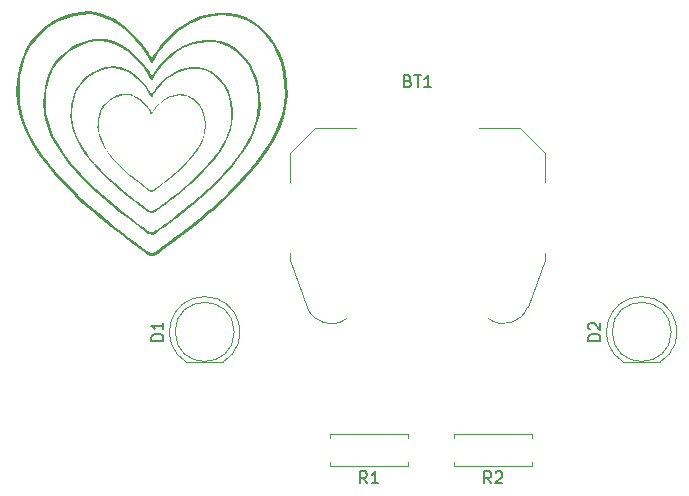
<source format=gto>
G04 #@! TF.GenerationSoftware,KiCad,Pcbnew,9.0.2*
G04 #@! TF.CreationDate,2025-06-11T20:44:21-07:00*
G04 #@! TF.ProjectId,solder,736f6c64-6572-42e6-9b69-6361645f7063,rev?*
G04 #@! TF.SameCoordinates,Original*
G04 #@! TF.FileFunction,Legend,Top*
G04 #@! TF.FilePolarity,Positive*
%FSLAX46Y46*%
G04 Gerber Fmt 4.6, Leading zero omitted, Abs format (unit mm)*
G04 Created by KiCad (PCBNEW 9.0.2) date 2025-06-11 20:44:21*
%MOMM*%
%LPD*%
G01*
G04 APERTURE LIST*
%ADD10C,0.150000*%
%ADD11C,0.000000*%
%ADD12C,0.120000*%
%ADD13C,1.600000*%
%ADD14R,1.800000X1.800000*%
%ADD15C,1.800000*%
%ADD16R,1.270000X5.080000*%
%ADD17C,17.800000*%
G04 APERTURE END LIST*
D10*
X55748333Y-66324819D02*
X55415000Y-65848628D01*
X55176905Y-66324819D02*
X55176905Y-65324819D01*
X55176905Y-65324819D02*
X55557857Y-65324819D01*
X55557857Y-65324819D02*
X55653095Y-65372438D01*
X55653095Y-65372438D02*
X55700714Y-65420057D01*
X55700714Y-65420057D02*
X55748333Y-65515295D01*
X55748333Y-65515295D02*
X55748333Y-65658152D01*
X55748333Y-65658152D02*
X55700714Y-65753390D01*
X55700714Y-65753390D02*
X55653095Y-65801009D01*
X55653095Y-65801009D02*
X55557857Y-65848628D01*
X55557857Y-65848628D02*
X55176905Y-65848628D01*
X56700714Y-66324819D02*
X56129286Y-66324819D01*
X56415000Y-66324819D02*
X56415000Y-65324819D01*
X56415000Y-65324819D02*
X56319762Y-65467676D01*
X56319762Y-65467676D02*
X56224524Y-65562914D01*
X56224524Y-65562914D02*
X56129286Y-65610533D01*
X38494819Y-54243094D02*
X37494819Y-54243094D01*
X37494819Y-54243094D02*
X37494819Y-54004999D01*
X37494819Y-54004999D02*
X37542438Y-53862142D01*
X37542438Y-53862142D02*
X37637676Y-53766904D01*
X37637676Y-53766904D02*
X37732914Y-53719285D01*
X37732914Y-53719285D02*
X37923390Y-53671666D01*
X37923390Y-53671666D02*
X38066247Y-53671666D01*
X38066247Y-53671666D02*
X38256723Y-53719285D01*
X38256723Y-53719285D02*
X38351961Y-53766904D01*
X38351961Y-53766904D02*
X38447200Y-53862142D01*
X38447200Y-53862142D02*
X38494819Y-54004999D01*
X38494819Y-54004999D02*
X38494819Y-54243094D01*
X38494819Y-52719285D02*
X38494819Y-53290713D01*
X38494819Y-53004999D02*
X37494819Y-53004999D01*
X37494819Y-53004999D02*
X37637676Y-53100237D01*
X37637676Y-53100237D02*
X37732914Y-53195475D01*
X37732914Y-53195475D02*
X37780533Y-53290713D01*
X75494819Y-54243094D02*
X74494819Y-54243094D01*
X74494819Y-54243094D02*
X74494819Y-54004999D01*
X74494819Y-54004999D02*
X74542438Y-53862142D01*
X74542438Y-53862142D02*
X74637676Y-53766904D01*
X74637676Y-53766904D02*
X74732914Y-53719285D01*
X74732914Y-53719285D02*
X74923390Y-53671666D01*
X74923390Y-53671666D02*
X75066247Y-53671666D01*
X75066247Y-53671666D02*
X75256723Y-53719285D01*
X75256723Y-53719285D02*
X75351961Y-53766904D01*
X75351961Y-53766904D02*
X75447200Y-53862142D01*
X75447200Y-53862142D02*
X75494819Y-54004999D01*
X75494819Y-54004999D02*
X75494819Y-54243094D01*
X74590057Y-53290713D02*
X74542438Y-53243094D01*
X74542438Y-53243094D02*
X74494819Y-53147856D01*
X74494819Y-53147856D02*
X74494819Y-52909761D01*
X74494819Y-52909761D02*
X74542438Y-52814523D01*
X74542438Y-52814523D02*
X74590057Y-52766904D01*
X74590057Y-52766904D02*
X74685295Y-52719285D01*
X74685295Y-52719285D02*
X74780533Y-52719285D01*
X74780533Y-52719285D02*
X74923390Y-52766904D01*
X74923390Y-52766904D02*
X75494819Y-53338332D01*
X75494819Y-53338332D02*
X75494819Y-52719285D01*
X59229285Y-32249084D02*
X59372142Y-32296703D01*
X59372142Y-32296703D02*
X59419761Y-32344322D01*
X59419761Y-32344322D02*
X59467380Y-32439560D01*
X59467380Y-32439560D02*
X59467380Y-32582417D01*
X59467380Y-32582417D02*
X59419761Y-32677655D01*
X59419761Y-32677655D02*
X59372142Y-32725275D01*
X59372142Y-32725275D02*
X59276904Y-32772894D01*
X59276904Y-32772894D02*
X58895952Y-32772894D01*
X58895952Y-32772894D02*
X58895952Y-31772894D01*
X58895952Y-31772894D02*
X59229285Y-31772894D01*
X59229285Y-31772894D02*
X59324523Y-31820513D01*
X59324523Y-31820513D02*
X59372142Y-31868132D01*
X59372142Y-31868132D02*
X59419761Y-31963370D01*
X59419761Y-31963370D02*
X59419761Y-32058608D01*
X59419761Y-32058608D02*
X59372142Y-32153846D01*
X59372142Y-32153846D02*
X59324523Y-32201465D01*
X59324523Y-32201465D02*
X59229285Y-32249084D01*
X59229285Y-32249084D02*
X58895952Y-32249084D01*
X59753095Y-31772894D02*
X60324523Y-31772894D01*
X60038809Y-32772894D02*
X60038809Y-31772894D01*
X61181666Y-32772894D02*
X60610238Y-32772894D01*
X60895952Y-32772894D02*
X60895952Y-31772894D01*
X60895952Y-31772894D02*
X60800714Y-31915751D01*
X60800714Y-31915751D02*
X60705476Y-32010989D01*
X60705476Y-32010989D02*
X60610238Y-32058608D01*
X66248333Y-66324819D02*
X65915000Y-65848628D01*
X65676905Y-66324819D02*
X65676905Y-65324819D01*
X65676905Y-65324819D02*
X66057857Y-65324819D01*
X66057857Y-65324819D02*
X66153095Y-65372438D01*
X66153095Y-65372438D02*
X66200714Y-65420057D01*
X66200714Y-65420057D02*
X66248333Y-65515295D01*
X66248333Y-65515295D02*
X66248333Y-65658152D01*
X66248333Y-65658152D02*
X66200714Y-65753390D01*
X66200714Y-65753390D02*
X66153095Y-65801009D01*
X66153095Y-65801009D02*
X66057857Y-65848628D01*
X66057857Y-65848628D02*
X65676905Y-65848628D01*
X66629286Y-65420057D02*
X66676905Y-65372438D01*
X66676905Y-65372438D02*
X66772143Y-65324819D01*
X66772143Y-65324819D02*
X67010238Y-65324819D01*
X67010238Y-65324819D02*
X67105476Y-65372438D01*
X67105476Y-65372438D02*
X67153095Y-65420057D01*
X67153095Y-65420057D02*
X67200714Y-65515295D01*
X67200714Y-65515295D02*
X67200714Y-65610533D01*
X67200714Y-65610533D02*
X67153095Y-65753390D01*
X67153095Y-65753390D02*
X66581667Y-66324819D01*
X66581667Y-66324819D02*
X67200714Y-66324819D01*
D11*
G04 #@! TO.C,G\u002A\u002A\u002A*
G36*
X35411268Y-33350210D02*
G01*
X35595638Y-33372111D01*
X35756197Y-33406546D01*
X35919547Y-33459986D01*
X36011489Y-33496228D01*
X36264391Y-33622592D01*
X36520024Y-33792554D01*
X36770766Y-33999189D01*
X37008993Y-34235572D01*
X37227082Y-34494778D01*
X37417410Y-34769881D01*
X37422330Y-34777850D01*
X37468462Y-34845490D01*
X37505795Y-34887016D01*
X37524939Y-34893752D01*
X37546495Y-34863793D01*
X37588577Y-34801708D01*
X37643666Y-34718655D01*
X37669536Y-34679188D01*
X37861706Y-34423418D01*
X38093546Y-34178694D01*
X38353154Y-33955596D01*
X38628629Y-33764706D01*
X38815450Y-33660446D01*
X39141304Y-33521091D01*
X39466089Y-33429810D01*
X39786753Y-33386544D01*
X40100240Y-33391238D01*
X40403496Y-33443835D01*
X40693468Y-33544278D01*
X40967100Y-33692510D01*
X40979565Y-33700689D01*
X41255740Y-33913336D01*
X41493390Y-34160212D01*
X41692268Y-34440985D01*
X41852128Y-34755324D01*
X41942940Y-35002274D01*
X42047112Y-35404046D01*
X42103284Y-35798680D01*
X42111060Y-36187875D01*
X42070041Y-36573331D01*
X41979830Y-36956747D01*
X41840029Y-37339825D01*
X41650240Y-37724263D01*
X41410067Y-38111762D01*
X41125816Y-38495634D01*
X40934863Y-38724797D01*
X40712563Y-38974636D01*
X40468850Y-39234914D01*
X40213658Y-39495392D01*
X39956923Y-39745834D01*
X39708577Y-39976000D01*
X39575075Y-40093773D01*
X39473655Y-40181588D01*
X39386509Y-40257460D01*
X39320937Y-40314999D01*
X39284240Y-40347820D01*
X39279288Y-40352587D01*
X39247460Y-40381178D01*
X39181039Y-40435803D01*
X39086560Y-40511375D01*
X38970554Y-40602806D01*
X38839557Y-40705008D01*
X38700100Y-40812894D01*
X38558717Y-40921376D01*
X38421942Y-41025368D01*
X38296306Y-41119781D01*
X38247816Y-41155811D01*
X38062042Y-41292856D01*
X37912656Y-41401861D01*
X37794921Y-41485908D01*
X37704099Y-41548076D01*
X37635452Y-41591446D01*
X37584243Y-41619100D01*
X37545734Y-41634117D01*
X37515186Y-41639578D01*
X37503552Y-41639762D01*
X37446307Y-41623931D01*
X37368487Y-41584893D01*
X37306598Y-41544794D01*
X36875819Y-41229762D01*
X36484295Y-40934741D01*
X36126124Y-40654829D01*
X35795403Y-40385125D01*
X35486228Y-40120728D01*
X35192698Y-39856736D01*
X34908909Y-39588248D01*
X34690720Y-39372755D01*
X34311637Y-38974404D01*
X33980726Y-38589248D01*
X33696927Y-38215110D01*
X33459184Y-37849812D01*
X33266438Y-37491176D01*
X33117632Y-37137023D01*
X33011708Y-36785175D01*
X32947608Y-36433454D01*
X32924274Y-36079682D01*
X32927155Y-36007208D01*
X33030276Y-36007208D01*
X33031140Y-36204169D01*
X33037301Y-36362130D01*
X33049618Y-36493472D01*
X33068949Y-36610579D01*
X33073651Y-36633007D01*
X33188586Y-37044850D01*
X33353665Y-37453071D01*
X33567467Y-37854826D01*
X33828567Y-38247274D01*
X33980403Y-38444061D01*
X34053605Y-38534121D01*
X34114896Y-38608738D01*
X34157014Y-38659119D01*
X34172106Y-38676142D01*
X34195717Y-38701806D01*
X34240477Y-38753439D01*
X34273355Y-38792183D01*
X34329380Y-38855093D01*
X34414631Y-38946324D01*
X34521495Y-39058105D01*
X34642357Y-39182661D01*
X34769606Y-39312220D01*
X34895629Y-39439009D01*
X35012812Y-39555257D01*
X35113542Y-39653190D01*
X35157346Y-39694721D01*
X35431722Y-39946449D01*
X35705699Y-40186803D01*
X35989722Y-40424462D01*
X36294237Y-40668102D01*
X36629688Y-40926404D01*
X36739288Y-41009081D01*
X36948300Y-41165096D01*
X37119958Y-41290942D01*
X37257213Y-41388629D01*
X37363013Y-41460167D01*
X37440310Y-41507565D01*
X37492053Y-41532835D01*
X37516311Y-41538477D01*
X37551394Y-41524682D01*
X37616114Y-41488050D01*
X37698132Y-41435711D01*
X37721559Y-41419868D01*
X37837740Y-41338393D01*
X37978420Y-41236635D01*
X38136994Y-41119656D01*
X38306857Y-40992518D01*
X38481404Y-40860282D01*
X38654030Y-40728010D01*
X38818128Y-40600764D01*
X38967093Y-40483605D01*
X39094321Y-40381595D01*
X39193206Y-40299796D01*
X39257143Y-40243269D01*
X39257807Y-40242635D01*
X39291113Y-40212683D01*
X39353670Y-40157995D01*
X39435470Y-40087280D01*
X39498476Y-40033201D01*
X39676136Y-39875461D01*
X39874844Y-39689276D01*
X40086044Y-39483408D01*
X40301184Y-39266623D01*
X40511706Y-39047685D01*
X40709057Y-38835360D01*
X40884683Y-38638410D01*
X41030027Y-38465601D01*
X41036987Y-38456954D01*
X41286068Y-38122074D01*
X41504007Y-37778598D01*
X41686584Y-37434325D01*
X41829578Y-37097051D01*
X41911610Y-36841311D01*
X41980784Y-36501829D01*
X42010052Y-36149622D01*
X42000762Y-35792821D01*
X41954262Y-35439558D01*
X41871898Y-35097965D01*
X41755019Y-34776173D01*
X41604972Y-34482314D01*
X41492687Y-34313376D01*
X41275032Y-34057183D01*
X41034755Y-33846917D01*
X40774012Y-33683272D01*
X40494958Y-33566946D01*
X40199749Y-33498632D01*
X39890542Y-33479027D01*
X39569492Y-33508826D01*
X39242535Y-33587540D01*
X39048674Y-33659990D01*
X38838866Y-33758462D01*
X38633613Y-33872488D01*
X38458271Y-33988042D01*
X38269100Y-34143403D01*
X38077717Y-34331811D01*
X37895546Y-34539991D01*
X37734014Y-34754670D01*
X37604543Y-34962571D01*
X37580533Y-35007969D01*
X37546153Y-35071988D01*
X37521508Y-35111464D01*
X37515308Y-35117563D01*
X37499237Y-35096774D01*
X37463137Y-35040551D01*
X37412786Y-34958110D01*
X37368062Y-34882769D01*
X37167666Y-34577692D01*
X36943569Y-34302043D01*
X36700166Y-34059043D01*
X36441855Y-33851914D01*
X36173031Y-33683876D01*
X35898092Y-33558149D01*
X35621434Y-33477955D01*
X35411268Y-33449344D01*
X35141379Y-33455199D01*
X34860348Y-33505063D01*
X34576877Y-33595342D01*
X34299668Y-33722442D01*
X34037423Y-33882768D01*
X33798844Y-34072727D01*
X33720363Y-34147736D01*
X33570958Y-34308706D01*
X33448149Y-34467832D01*
X33346264Y-34635804D01*
X33259629Y-34823312D01*
X33182571Y-35041046D01*
X33109835Y-35298071D01*
X33079625Y-35419919D01*
X33058356Y-35522967D01*
X33044398Y-35621749D01*
X33036120Y-35730795D01*
X33031893Y-35864639D01*
X33030276Y-36007208D01*
X32927155Y-36007208D01*
X32936925Y-35761462D01*
X32977040Y-35464212D01*
X33043181Y-35169208D01*
X33131490Y-34889034D01*
X33238109Y-34636273D01*
X33336580Y-34458152D01*
X33433188Y-34326209D01*
X33561805Y-34180195D01*
X33709936Y-34032107D01*
X33865088Y-33893941D01*
X34014767Y-33777692D01*
X34110018Y-33715535D01*
X34357459Y-33586756D01*
X34614868Y-33482515D01*
X34871748Y-33405760D01*
X35117599Y-33359438D01*
X35341922Y-33346496D01*
X35411268Y-33350210D01*
G37*
G36*
X34368493Y-31028092D02*
G01*
X34644908Y-31060927D01*
X34885624Y-31112553D01*
X35130525Y-31192673D01*
X35268367Y-31247008D01*
X35647527Y-31436458D01*
X36030783Y-31691271D01*
X36406705Y-32001067D01*
X36763865Y-32355461D01*
X37090832Y-32744073D01*
X37376178Y-33156518D01*
X37383555Y-33168466D01*
X37452718Y-33269874D01*
X37508689Y-33332132D01*
X37537390Y-33342231D01*
X37569708Y-33297314D01*
X37632799Y-33204234D01*
X37715390Y-33079718D01*
X37754176Y-33020547D01*
X38042285Y-32637087D01*
X38389868Y-32270187D01*
X38779083Y-31935711D01*
X39192086Y-31649520D01*
X39472175Y-31493211D01*
X39960707Y-31284284D01*
X40447639Y-31147431D01*
X40928390Y-31082566D01*
X41398382Y-31089603D01*
X41853036Y-31168458D01*
X42287773Y-31319046D01*
X42698013Y-31541281D01*
X42716700Y-31553544D01*
X43130753Y-31872353D01*
X43487046Y-32242479D01*
X43785212Y-32663425D01*
X44024882Y-33134694D01*
X44161030Y-33504930D01*
X44317208Y-34107284D01*
X44401424Y-34698934D01*
X44413081Y-35282430D01*
X44351584Y-35860320D01*
X44216336Y-36435153D01*
X44006741Y-37009478D01*
X43722203Y-37585843D01*
X43362125Y-38166796D01*
X42935966Y-38742313D01*
X42649681Y-39085882D01*
X42316400Y-39460451D01*
X41951016Y-39850669D01*
X41568424Y-40241189D01*
X41183516Y-40616661D01*
X40811186Y-40961735D01*
X40611035Y-41138305D01*
X40458982Y-41269961D01*
X40328329Y-41383710D01*
X40230021Y-41469976D01*
X40175003Y-41519182D01*
X40167580Y-41526329D01*
X40119861Y-41569194D01*
X40020280Y-41651090D01*
X39878633Y-41764390D01*
X39704713Y-41901466D01*
X39508317Y-42054691D01*
X39299238Y-42216439D01*
X39087271Y-42379080D01*
X38882212Y-42534988D01*
X38693854Y-42676536D01*
X38621156Y-42730553D01*
X38342637Y-42936017D01*
X38118672Y-43099442D01*
X37942159Y-43225447D01*
X37805995Y-43318652D01*
X37703076Y-43383675D01*
X37626302Y-43425134D01*
X37568567Y-43447648D01*
X37522769Y-43455836D01*
X37505327Y-43456112D01*
X37419502Y-43432376D01*
X37302831Y-43373850D01*
X37210045Y-43313732D01*
X36564205Y-42841424D01*
X35977217Y-42399117D01*
X35440233Y-41979462D01*
X34944402Y-41575111D01*
X34480876Y-41178716D01*
X34040804Y-40782929D01*
X33615336Y-40380402D01*
X33288218Y-40057327D01*
X32719883Y-39460102D01*
X32223768Y-38882662D01*
X31798286Y-38321740D01*
X31441852Y-37774071D01*
X31152881Y-37236389D01*
X30929785Y-36705429D01*
X30770979Y-36177925D01*
X30674878Y-35650612D01*
X30639894Y-35120223D01*
X30644214Y-35011567D01*
X30798817Y-35011567D01*
X30800112Y-35306858D01*
X30809349Y-35543679D01*
X30827815Y-35740594D01*
X30856797Y-35916165D01*
X30863846Y-35949789D01*
X31036161Y-36567241D01*
X31283654Y-37179261D01*
X31604194Y-37781588D01*
X31995646Y-38369961D01*
X32223284Y-38664992D01*
X32333031Y-38800014D01*
X32424921Y-38911882D01*
X32488066Y-38987416D01*
X32510693Y-39012937D01*
X32546091Y-39051413D01*
X32613198Y-39128823D01*
X32662488Y-39186910D01*
X32746484Y-39281227D01*
X32874296Y-39418005D01*
X33034510Y-39585590D01*
X33215712Y-39772329D01*
X33406488Y-39966570D01*
X33595426Y-40156658D01*
X33771111Y-40330940D01*
X33922130Y-40477765D01*
X33987802Y-40540030D01*
X34399158Y-40917431D01*
X34809916Y-41277779D01*
X35235734Y-41634086D01*
X35692274Y-41999362D01*
X36195195Y-42386618D01*
X36359513Y-42510570D01*
X36672871Y-42744473D01*
X36930228Y-42933146D01*
X37136005Y-43079603D01*
X37294625Y-43186855D01*
X37410512Y-43257917D01*
X37488087Y-43295802D01*
X37524455Y-43304261D01*
X37577053Y-43283579D01*
X37674084Y-43228659D01*
X37797049Y-43150190D01*
X37832171Y-43126438D01*
X38006353Y-43004287D01*
X38217267Y-42851728D01*
X38455007Y-42676349D01*
X38709673Y-42485738D01*
X38971361Y-42287485D01*
X39230167Y-42089177D01*
X39476190Y-41898405D01*
X39699525Y-41722756D01*
X39890270Y-41569818D01*
X40038522Y-41447182D01*
X40134378Y-41362435D01*
X40135374Y-41361484D01*
X40185308Y-41316579D01*
X40279096Y-41234588D01*
X40401733Y-41128569D01*
X40496195Y-41047492D01*
X40762549Y-40811003D01*
X41060459Y-40531867D01*
X41377100Y-40223222D01*
X41699645Y-39898209D01*
X42015268Y-39569969D01*
X42311145Y-39251642D01*
X42574449Y-38956368D01*
X42792356Y-38697286D01*
X42802790Y-38684322D01*
X43176221Y-38182256D01*
X43502965Y-37667304D01*
X43776691Y-37151156D01*
X43991073Y-36645503D01*
X44114058Y-36262087D01*
X44217767Y-35753122D01*
X44261647Y-35225079D01*
X44247719Y-34690150D01*
X44178004Y-34160524D01*
X44054521Y-33648395D01*
X43879291Y-33165952D01*
X43654335Y-32725387D01*
X43485992Y-32472109D01*
X43159676Y-32088014D01*
X42799443Y-31772774D01*
X42408527Y-31527432D01*
X41990158Y-31353031D01*
X41547570Y-31250612D01*
X41083995Y-31221220D01*
X40602664Y-31265896D01*
X40112478Y-31383907D01*
X39821833Y-31492527D01*
X39507281Y-31640160D01*
X39199558Y-31811111D01*
X38936679Y-31984355D01*
X38653066Y-32217277D01*
X38366136Y-32499746D01*
X38093020Y-32811859D01*
X37850843Y-33133713D01*
X37656735Y-33445406D01*
X37620739Y-33513470D01*
X37569195Y-33609449D01*
X37532247Y-33668633D01*
X37522952Y-33677777D01*
X37498858Y-33646609D01*
X37444734Y-33562317D01*
X37369246Y-33438719D01*
X37302194Y-33325765D01*
X37001754Y-32868380D01*
X36665778Y-32455117D01*
X36300859Y-32090803D01*
X35913588Y-31780267D01*
X35510557Y-31528337D01*
X35098358Y-31339843D01*
X34683581Y-31219613D01*
X34368493Y-31176718D01*
X33963865Y-31185496D01*
X33542532Y-31260254D01*
X33117542Y-31395604D01*
X32701939Y-31586157D01*
X32308771Y-31826524D01*
X31951084Y-32111318D01*
X31833422Y-32223774D01*
X31609428Y-32465107D01*
X31425309Y-32703675D01*
X31272559Y-32955505D01*
X31142672Y-33236624D01*
X31027143Y-33563059D01*
X30918094Y-33948401D01*
X30872802Y-34131080D01*
X30840915Y-34285574D01*
X30819989Y-34433671D01*
X30807579Y-34597158D01*
X30801241Y-34797822D01*
X30798817Y-35011567D01*
X30644214Y-35011567D01*
X30658861Y-34643135D01*
X30719003Y-34197486D01*
X30818164Y-33755205D01*
X30950561Y-33335157D01*
X31110408Y-32956208D01*
X31258039Y-32689163D01*
X31402878Y-32491347D01*
X31595705Y-32272438D01*
X31817789Y-32050419D01*
X32050399Y-31843275D01*
X32274804Y-31668990D01*
X32417609Y-31575802D01*
X32788581Y-31382732D01*
X33174499Y-31226450D01*
X33559623Y-31111375D01*
X33928212Y-31041926D01*
X34264527Y-31022523D01*
X34368493Y-31028092D01*
G37*
G36*
X33318292Y-28693001D02*
G01*
X33687407Y-28736848D01*
X34008851Y-28805788D01*
X34335883Y-28912777D01*
X34519954Y-28985334D01*
X35026271Y-29238319D01*
X35538058Y-29578588D01*
X36040052Y-29992278D01*
X36516990Y-30465525D01*
X36953611Y-30984463D01*
X37334653Y-31535229D01*
X37344503Y-31551184D01*
X37436861Y-31686600D01*
X37511603Y-31769738D01*
X37549929Y-31783223D01*
X37593086Y-31723243D01*
X37677335Y-31598947D01*
X37787625Y-31432672D01*
X37839418Y-31353658D01*
X38224149Y-30841598D01*
X38688300Y-30351653D01*
X39208044Y-29905004D01*
X39759553Y-29522836D01*
X40133575Y-29314105D01*
X40785945Y-29035112D01*
X41436176Y-28852362D01*
X42078155Y-28765744D01*
X42705766Y-28775141D01*
X43312896Y-28880442D01*
X43893428Y-29081531D01*
X44441249Y-29378297D01*
X44466203Y-29394672D01*
X45019115Y-29820398D01*
X45494897Y-30314652D01*
X45893057Y-30876769D01*
X46213104Y-31506085D01*
X46394912Y-32000487D01*
X46603467Y-32804849D01*
X46715926Y-33594919D01*
X46731493Y-34374099D01*
X46649372Y-35145794D01*
X46468766Y-35913406D01*
X46188880Y-36680340D01*
X45808917Y-37449997D01*
X45328082Y-38225783D01*
X44759003Y-38994309D01*
X44376709Y-39453099D01*
X43931657Y-39953285D01*
X43443735Y-40474370D01*
X42932834Y-40995856D01*
X42418841Y-41497248D01*
X41921645Y-41958049D01*
X41654370Y-42193834D01*
X41451323Y-42369643D01*
X41276854Y-42521540D01*
X41145577Y-42636736D01*
X41072107Y-42702444D01*
X41062195Y-42711989D01*
X40998473Y-42769229D01*
X40865496Y-42878590D01*
X40676345Y-43029887D01*
X40444099Y-43212934D01*
X40181838Y-43417546D01*
X39902641Y-43633537D01*
X39619588Y-43850723D01*
X39345758Y-44058918D01*
X39094233Y-44247936D01*
X38997154Y-44320069D01*
X38625228Y-44594437D01*
X38326153Y-44812670D01*
X38090443Y-44980933D01*
X37908615Y-45105396D01*
X37771181Y-45192225D01*
X37668659Y-45247588D01*
X37591561Y-45277652D01*
X37530405Y-45288586D01*
X37507113Y-45288955D01*
X37392506Y-45257259D01*
X37236708Y-45179105D01*
X37112805Y-45098825D01*
X36250371Y-44468121D01*
X35466528Y-43877479D01*
X34749457Y-43317086D01*
X34087342Y-42777130D01*
X33468364Y-42247798D01*
X32880707Y-41719277D01*
X32312553Y-41181756D01*
X31875731Y-40750333D01*
X31116795Y-39952820D01*
X30454300Y-39181726D01*
X29886126Y-38432690D01*
X29410157Y-37701351D01*
X29024274Y-36983350D01*
X28726359Y-36274324D01*
X28514295Y-35569913D01*
X28385965Y-34865756D01*
X28339249Y-34157493D01*
X28345017Y-34012398D01*
X28551469Y-34012398D01*
X28553198Y-34406720D01*
X28565533Y-34722962D01*
X28590192Y-34985915D01*
X28628893Y-35220367D01*
X28638307Y-35265267D01*
X28868410Y-36089792D01*
X29198904Y-36907062D01*
X29626942Y-37711389D01*
X30149674Y-38497083D01*
X30453653Y-38891057D01*
X30600206Y-39071360D01*
X30722913Y-39220746D01*
X30807235Y-39321611D01*
X30837450Y-39355691D01*
X30884719Y-39407070D01*
X30974331Y-39510441D01*
X31040152Y-39588008D01*
X31152318Y-39713956D01*
X31322993Y-39896605D01*
X31536937Y-40120392D01*
X31778908Y-40369757D01*
X32033665Y-40629139D01*
X32285966Y-40882976D01*
X32520569Y-41115707D01*
X32722235Y-41311772D01*
X32809931Y-41394918D01*
X33359242Y-41898887D01*
X33907753Y-42380084D01*
X34476377Y-42855883D01*
X35086025Y-43343660D01*
X35757609Y-43860789D01*
X35977032Y-44026311D01*
X36395480Y-44338657D01*
X36739146Y-44590604D01*
X37013933Y-44786177D01*
X37225750Y-44929398D01*
X37380501Y-45024292D01*
X37484092Y-45074883D01*
X37532657Y-45086178D01*
X37602894Y-45058560D01*
X37732465Y-44985222D01*
X37896669Y-44880437D01*
X37943570Y-44848719D01*
X38176167Y-44685604D01*
X38457813Y-44481881D01*
X38775284Y-44247686D01*
X39115356Y-43993151D01*
X39464805Y-43728410D01*
X39810406Y-43463597D01*
X40138936Y-43208846D01*
X40437170Y-42974290D01*
X40691885Y-42770063D01*
X40889856Y-42606298D01*
X41017858Y-42493130D01*
X41019188Y-42491860D01*
X41085868Y-42431895D01*
X41211109Y-42322408D01*
X41374875Y-42180834D01*
X41501016Y-42072566D01*
X41856697Y-41756767D01*
X42254516Y-41384017D01*
X42677347Y-40971864D01*
X43108062Y-40537853D01*
X43529535Y-40099533D01*
X43924639Y-39674449D01*
X44276247Y-39280150D01*
X44567231Y-38934182D01*
X44581164Y-38916870D01*
X45079832Y-38246428D01*
X45516154Y-37558778D01*
X45881679Y-36869532D01*
X46167958Y-36194300D01*
X46332188Y-35682300D01*
X46470677Y-35002646D01*
X46529273Y-34297515D01*
X46510674Y-33583188D01*
X46417578Y-32875945D01*
X46252684Y-32192064D01*
X46018688Y-31547826D01*
X45718289Y-30959511D01*
X45493490Y-30621292D01*
X45057738Y-30108385D01*
X44576696Y-29687424D01*
X44054679Y-29359803D01*
X43496004Y-29126913D01*
X42904987Y-28990148D01*
X42285944Y-28950898D01*
X41643192Y-29010556D01*
X40988614Y-29168145D01*
X40600496Y-29313191D01*
X40180455Y-29510336D01*
X39769532Y-29738619D01*
X39418492Y-29969962D01*
X39039764Y-30280999D01*
X38656609Y-30658198D01*
X38291898Y-31074983D01*
X37968504Y-31504776D01*
X37709299Y-31921000D01*
X37661231Y-32011890D01*
X37592400Y-32140057D01*
X37543062Y-32219090D01*
X37530649Y-32231300D01*
X37498475Y-32189680D01*
X37426200Y-32077119D01*
X37325395Y-31912070D01*
X37235856Y-31761235D01*
X36834659Y-31150460D01*
X36386009Y-30598602D01*
X35898708Y-30112109D01*
X35381560Y-29697430D01*
X34843366Y-29361011D01*
X34292929Y-29109303D01*
X33739051Y-28948752D01*
X33318292Y-28891471D01*
X32777966Y-28903193D01*
X32215333Y-29003023D01*
X31647815Y-29183764D01*
X31092834Y-29438222D01*
X30567811Y-29759201D01*
X30090167Y-30139504D01*
X29933046Y-30289674D01*
X29633931Y-30611942D01*
X29388065Y-30930517D01*
X29184088Y-31266803D01*
X29010641Y-31642200D01*
X28856367Y-32078110D01*
X28710748Y-32592683D01*
X28650267Y-32836625D01*
X28607686Y-33042932D01*
X28579741Y-33240696D01*
X28563169Y-33459011D01*
X28554705Y-33726970D01*
X28551469Y-34012398D01*
X28345017Y-34012398D01*
X28364577Y-33520406D01*
X28444888Y-32925302D01*
X28577305Y-32334695D01*
X28754103Y-31773777D01*
X28967557Y-31267741D01*
X29164699Y-30911138D01*
X29358112Y-30646982D01*
X29615606Y-30354658D01*
X29912169Y-30058181D01*
X30222789Y-29781568D01*
X30522452Y-29548835D01*
X30713148Y-29424395D01*
X31208532Y-29166575D01*
X31723874Y-28957881D01*
X32238155Y-28804214D01*
X32730357Y-28711475D01*
X33179460Y-28685565D01*
X33318292Y-28693001D01*
G37*
G36*
X32278172Y-26375524D02*
G01*
X32739097Y-26430278D01*
X33140494Y-26516365D01*
X33548870Y-26649965D01*
X33778724Y-26740570D01*
X34410978Y-27056479D01*
X35050062Y-27481384D01*
X35676917Y-27997972D01*
X36272485Y-28588930D01*
X36817707Y-29236944D01*
X37293526Y-29924703D01*
X37305826Y-29944626D01*
X37421157Y-30113724D01*
X37514489Y-30217540D01*
X37562348Y-30234381D01*
X37616239Y-30159481D01*
X37721444Y-30004269D01*
X37859166Y-29796636D01*
X37923842Y-29697969D01*
X38404267Y-29058544D01*
X38983866Y-28446734D01*
X39632887Y-27888990D01*
X40321574Y-27411764D01*
X40788626Y-27151116D01*
X41603261Y-26802728D01*
X42415225Y-26574524D01*
X43216884Y-26466360D01*
X44000602Y-26478095D01*
X44758743Y-26609587D01*
X45483672Y-26860694D01*
X46167753Y-27231274D01*
X46198913Y-27251722D01*
X46889352Y-27783340D01*
X47483476Y-28400530D01*
X47980671Y-29102463D01*
X48380323Y-29888310D01*
X48607352Y-30505684D01*
X48867781Y-31510116D01*
X49008212Y-32496700D01*
X49027651Y-33469687D01*
X48925104Y-34433327D01*
X48699576Y-35391868D01*
X48350073Y-36349561D01*
X47875602Y-37310657D01*
X47275168Y-38279404D01*
X46564542Y-39239086D01*
X46087159Y-39811992D01*
X45531409Y-40436590D01*
X44922126Y-41087284D01*
X44284148Y-41738480D01*
X43642309Y-42364584D01*
X43021445Y-42940001D01*
X42687690Y-43234432D01*
X42434139Y-43453970D01*
X42216274Y-43643649D01*
X42052344Y-43787498D01*
X41960601Y-43869550D01*
X41948223Y-43881468D01*
X41868651Y-43952946D01*
X41702599Y-44089508D01*
X41466401Y-44278437D01*
X41176388Y-44507014D01*
X40848894Y-44762519D01*
X40500252Y-45032234D01*
X40146795Y-45303441D01*
X39804856Y-45563420D01*
X39490767Y-45799453D01*
X39369543Y-45889527D01*
X38905107Y-46232140D01*
X38531643Y-46504653D01*
X38237305Y-46714770D01*
X38010250Y-46870190D01*
X37838633Y-46978616D01*
X37710609Y-47047749D01*
X37614336Y-47085291D01*
X37537967Y-47098945D01*
X37508882Y-47099405D01*
X37365769Y-47059826D01*
X37171219Y-46962233D01*
X37016497Y-46861984D01*
X35939549Y-46074405D01*
X34960740Y-45336852D01*
X34065312Y-44637072D01*
X33238508Y-43962812D01*
X32465572Y-43301819D01*
X31731746Y-42641839D01*
X31022274Y-41970620D01*
X30476801Y-41431888D01*
X29529095Y-40436009D01*
X28701816Y-39473119D01*
X27992320Y-38537775D01*
X27397962Y-37624530D01*
X26916098Y-36727939D01*
X26544083Y-35842556D01*
X26279272Y-34962937D01*
X26119022Y-34083635D01*
X26060687Y-33199205D01*
X26067890Y-33018020D01*
X26325693Y-33018020D01*
X26327851Y-33510422D01*
X26343254Y-33905324D01*
X26374047Y-34233681D01*
X26422374Y-34526448D01*
X26434129Y-34582517D01*
X26721466Y-35612126D01*
X27134164Y-36632676D01*
X27668668Y-37637064D01*
X28321420Y-38618185D01*
X28701009Y-39110152D01*
X28884014Y-39335303D01*
X29037242Y-39521845D01*
X29142537Y-39647798D01*
X29180268Y-39690355D01*
X29239294Y-39754514D01*
X29351195Y-39883597D01*
X29433388Y-39980456D01*
X29573452Y-40137732D01*
X29786580Y-40365811D01*
X30053738Y-40645261D01*
X30355895Y-40956651D01*
X30674018Y-41280549D01*
X30989074Y-41597523D01*
X31282031Y-41888142D01*
X31533856Y-42132974D01*
X31643366Y-42236801D01*
X32329307Y-42866123D01*
X33014250Y-43467008D01*
X33724308Y-44061154D01*
X34485594Y-44670256D01*
X35324222Y-45316011D01*
X35598223Y-45522703D01*
X36120752Y-45912739D01*
X36549898Y-46227354D01*
X36893034Y-46471571D01*
X37157535Y-46650416D01*
X37350778Y-46768913D01*
X37480135Y-46832087D01*
X37540780Y-46846192D01*
X37628487Y-46811705D01*
X37790286Y-46720124D01*
X37995332Y-46589276D01*
X38053899Y-46549670D01*
X38344351Y-46345982D01*
X38696051Y-46091588D01*
X39092487Y-45799141D01*
X39517145Y-45481295D01*
X39953513Y-45150705D01*
X40385076Y-44820025D01*
X40795321Y-44501909D01*
X41167735Y-44209012D01*
X41485805Y-43953987D01*
X41733018Y-43749489D01*
X41892859Y-43608173D01*
X41894520Y-43606587D01*
X41977785Y-43531707D01*
X42134177Y-43394986D01*
X42338676Y-43218199D01*
X42496192Y-43083001D01*
X42940342Y-42688653D01*
X43437111Y-42223189D01*
X43965113Y-41708520D01*
X44502961Y-41166558D01*
X45029267Y-40619213D01*
X45522645Y-40088399D01*
X45961709Y-39596025D01*
X46325070Y-39164003D01*
X46342469Y-39142385D01*
X46965171Y-38305184D01*
X47510020Y-37446495D01*
X47966463Y-36585812D01*
X48323947Y-35742628D01*
X48529026Y-35103278D01*
X48701961Y-34254573D01*
X48775132Y-33374054D01*
X48751908Y-32482052D01*
X48635656Y-31598895D01*
X48429747Y-30744912D01*
X48137549Y-29940433D01*
X47762432Y-29205785D01*
X47481718Y-28783441D01*
X46937582Y-28142957D01*
X46336889Y-27617291D01*
X45685031Y-27208180D01*
X44987396Y-26917364D01*
X44249375Y-26746580D01*
X43476357Y-26697568D01*
X42673732Y-26772065D01*
X41856340Y-26968851D01*
X41371686Y-27149975D01*
X40847167Y-27396155D01*
X40334034Y-27681219D01*
X39895680Y-27970105D01*
X39422751Y-28358506D01*
X38944294Y-28829526D01*
X38488868Y-29349978D01*
X38085036Y-29886674D01*
X37761358Y-30406426D01*
X37701334Y-30519923D01*
X37615383Y-30679970D01*
X37553772Y-30778660D01*
X37538272Y-30793908D01*
X37498095Y-30741935D01*
X37407843Y-30601377D01*
X37281966Y-30395276D01*
X37170156Y-30206923D01*
X36669168Y-29444229D01*
X36108925Y-28755107D01*
X35500417Y-28147608D01*
X34854638Y-27629785D01*
X34182579Y-27209689D01*
X33495231Y-26895373D01*
X32803586Y-26694888D01*
X32278172Y-26623360D01*
X31603450Y-26637998D01*
X30900872Y-26762658D01*
X30192195Y-26988355D01*
X29499173Y-27306105D01*
X28843560Y-27706920D01*
X28247112Y-28181817D01*
X28050910Y-28369339D01*
X27677396Y-28771765D01*
X27370375Y-29169580D01*
X27115663Y-29589510D01*
X26899075Y-30058280D01*
X26706428Y-30602615D01*
X26524589Y-31245177D01*
X26449064Y-31549796D01*
X26395892Y-31807417D01*
X26360997Y-32054371D01*
X26340303Y-32326988D01*
X26329734Y-32661598D01*
X26325693Y-33018020D01*
X26067890Y-33018020D01*
X26092314Y-32403654D01*
X26192601Y-31660529D01*
X26357954Y-30923020D01*
X26578728Y-30222584D01*
X26845274Y-29590682D01*
X27091451Y-29145381D01*
X27332972Y-28815521D01*
X27654513Y-28450487D01*
X28024841Y-28080267D01*
X28412721Y-27734852D01*
X28786919Y-27444231D01*
X29025048Y-27288838D01*
X29643649Y-26966891D01*
X30287173Y-26706288D01*
X30929371Y-26514400D01*
X31543999Y-26398594D01*
X32104808Y-26366239D01*
X32278172Y-26375524D01*
G37*
D12*
G04 #@! TO.C,R1*
X52645000Y-62130000D02*
X52645000Y-62460000D01*
X52645000Y-64870000D02*
X52645000Y-64540000D01*
X59185000Y-62130000D02*
X52645000Y-62130000D01*
X59185000Y-62460000D02*
X59185000Y-62130000D01*
X59185000Y-64540000D02*
X59185000Y-64870000D01*
X59185000Y-64870000D02*
X52645000Y-64870000D01*
G04 #@! TO.C,D1*
X40455000Y-56065000D02*
X43545000Y-56065000D01*
X40455170Y-56065000D02*
G75*
G02*
X42000000Y-50515000I1544830J2560000D01*
G01*
X42000000Y-50515000D02*
G75*
G02*
X43544830Y-56065000I0J-2990000D01*
G01*
X44500000Y-53505000D02*
G75*
G02*
X39500000Y-53505000I-2500000J0D01*
G01*
X39500000Y-53505000D02*
G75*
G02*
X44500000Y-53505000I2500000J0D01*
G01*
G04 #@! TO.C,D2*
X77455000Y-56065000D02*
X80545000Y-56065000D01*
X77455170Y-56065000D02*
G75*
G02*
X79000000Y-50515000I1544830J2560000D01*
G01*
X79000000Y-50515000D02*
G75*
G02*
X80544830Y-56065000I0J-2990000D01*
G01*
X81500000Y-53505000D02*
G75*
G02*
X76500000Y-53505000I-2500000J0D01*
G01*
X76500000Y-53505000D02*
G75*
G02*
X81500000Y-53505000I2500000J0D01*
G01*
G04 #@! TO.C,BT1*
X49235000Y-38358075D02*
X49235000Y-40818075D01*
X49235000Y-46818075D02*
X49235000Y-47448075D01*
X49235000Y-47448075D02*
X50675000Y-51398075D01*
X51315000Y-36278075D02*
X49235000Y-38358075D01*
X54815000Y-36278075D02*
X51315000Y-36278075D01*
X68715000Y-36278075D02*
X65215000Y-36278075D01*
X68715000Y-36278075D02*
X70795000Y-38358075D01*
X70795000Y-38358075D02*
X70795000Y-40818075D01*
X70795000Y-46818075D02*
X70795000Y-47448075D01*
X70795000Y-47448075D02*
X69355000Y-51398075D01*
X54011646Y-52384605D02*
G75*
G02*
X50675000Y-51398075I-1306646J1716531D01*
G01*
X69340243Y-51406244D02*
G75*
G02*
X66015000Y-52368075I-2015243J738169D01*
G01*
G04 #@! TO.C,R2*
X63145000Y-62130000D02*
X63145000Y-62460000D01*
X63145000Y-64870000D02*
X63145000Y-64540000D01*
X69685000Y-62130000D02*
X63145000Y-62130000D01*
X69685000Y-62460000D02*
X69685000Y-62130000D01*
X69685000Y-64540000D02*
X69685000Y-64870000D01*
X69685000Y-64870000D02*
X63145000Y-64870000D01*
G04 #@! TD*
%LPC*%
D13*
G04 #@! TO.C,R1*
X59725000Y-63500000D03*
X52105000Y-63500000D03*
G04 #@! TD*
D14*
G04 #@! TO.C,D1*
X42000000Y-54775000D03*
D15*
X42000000Y-52235000D03*
G04 #@! TD*
D14*
G04 #@! TO.C,D2*
X79000000Y-54775000D03*
D15*
X79000000Y-52235000D03*
G04 #@! TD*
D16*
G04 #@! TO.C,BT1*
X49030000Y-43818075D03*
X71000000Y-43818075D03*
D17*
X60015000Y-43818075D03*
G04 #@! TD*
D13*
G04 #@! TO.C,R2*
X70225000Y-63500000D03*
X62605000Y-63500000D03*
G04 #@! TD*
%LPD*%
M02*

</source>
